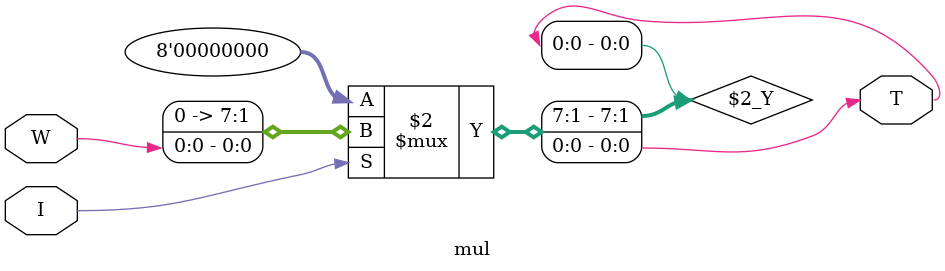
<source format=v>
`timescale 1ns / 1ps
module mul(T,I,W);
parameter OUT_WIDTH= 1;
parameter INP_WIDTH= 1;
  input signed [INP_WIDTH-1:0] W;
  input I;
  output signed [OUT_WIDTH-1:0] T;
  assign T=I?W:8'b0;
endmodule

</source>
